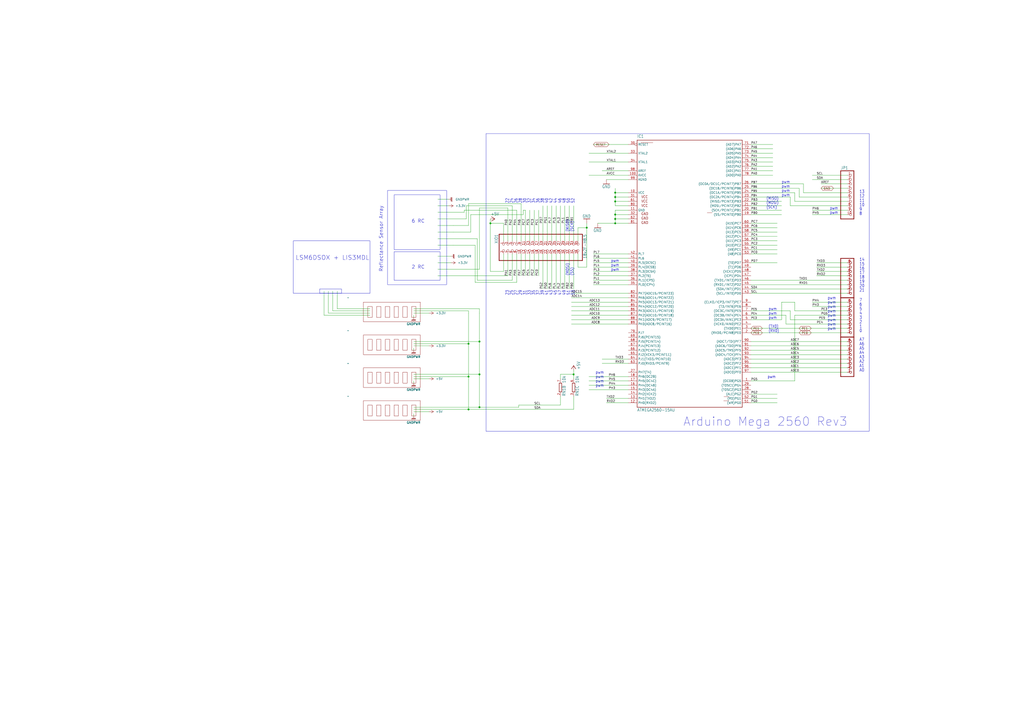
<source format=kicad_sch>
(kicad_sch (version 20230121) (generator eeschema)
  (paper "A2")
  (junction (at 356.87 114.3))
  (junction (at 284.48 129.54))
  (junction (at 356.87 127))
  (junction (at 356.87 129.54))
  (junction (at 340.36 132.08))
  (junction (at 271.78 218.44))
  (junction (at 356.87 124.46))
  (junction (at 278.13 217.17))
  (junction (at 356.87 111.76))
  (junction (at 271.78 199.39))
  (junction (at 271.78 237.49))
  (junction (at 356.87 116.84))
  (junction (at 278.13 198.12))
  (junction (at 332.74 217.17))
  (junction (at 278.13 236.22))
  (wire (pts (xy 331.47 187.96) (xy 364.49 187.96)) (stroke (width 0.1524)))
  (wire (pts (xy 240.03 203.2) (xy 240.03 201.93)))
  (wire (pts (xy 491.49 124.46) (xy 471.17 124.46)) (stroke (width 0.1524)))
  (wire (pts (xy 284.48 129.54) (xy 292.1 129.54)) (stroke (width 0.1524)))
  (wire (pts (xy 335.28 132.08) (xy 335.28 139.7)) (stroke (width 0.1524)))
  (wire (pts (xy 254 142.24) (xy 262.89 142.24)))
  (wire (pts (xy 240.03 199.39) (xy 271.78 199.39)))
  (wire (pts (xy 351.79 231.14) (xy 364.49 231.14)) (stroke (width 0.1524)))
  (wire (pts (xy 278.13 179.07) (xy 278.13 181.61)))
  (wire (pts (xy 364.49 160.02) (xy 344.17 160.02)) (stroke (width 0.1524)))
  (wire (pts (xy 275.59 142.24) (xy 262.89 142.24)) (stroke (width 0.1524)))
  (wire (pts (xy 491.49 162.56) (xy 435.61 162.56)) (stroke (width 0.1524)))
  (wire (pts (xy 491.49 190.5) (xy 435.61 190.5)) (stroke (width 0.1524)))
  (wire (pts (xy 331.47 170.18) (xy 364.49 170.18)) (stroke (width 0.1524)))
  (wire (pts (xy 314.96 147.32) (xy 314.96 167.64)) (stroke (width 0.1524)))
  (wire (pts (xy 448.31 88.9) (xy 435.61 88.9)) (stroke (width 0.1524)))
  (wire (pts (xy 450.85 137.16) (xy 435.61 137.16)) (stroke (width 0.1524)))
  (wire (pts (xy 491.49 170.18) (xy 435.61 170.18)) (stroke (width 0.1524)))
  (wire (pts (xy 254 152.4) (xy 261.62 152.4)))
  (wire (pts (xy 297.18 147.32) (xy 297.18 162.56)) (stroke (width 0.1524)))
  (wire (pts (xy 455.93 187.96) (xy 491.49 187.96)) (stroke (width 0.1524)))
  (wire (pts (xy 294.64 139.7) (xy 294.64 120.65)) (stroke (width 0.1524)))
  (wire (pts (xy 491.49 116.84) (xy 461.01 116.84)) (stroke (width 0.1524)))
  (wire (pts (xy 273.05 134.62) (xy 262.89 134.62)) (stroke (width 0.1524)))
  (wire (pts (xy 297.18 139.7) (xy 297.18 119.38)) (stroke (width 0.1524)))
  (wire (pts (xy 450.85 233.68) (xy 435.61 233.68)) (stroke (width 0.1524)))
  (wire (pts (xy 448.31 93.98) (xy 435.61 93.98)) (stroke (width 0.1524)))
  (wire (pts (xy 302.26 160.02) (xy 302.26 147.32)) (stroke (width 0.1524)))
  (wire (pts (xy 254 127) (xy 270.51 127)))
  (wire (pts (xy 341.63 220.98) (xy 364.49 220.98)) (stroke (width 0.1524)))
  (wire (pts (xy 312.42 160.02) (xy 312.42 147.32)) (stroke (width 0.1524)))
  (wire (pts (xy 300.99 234.95) (xy 325.12 234.95)) (stroke (width 0.1524)))
  (wire (pts (xy 214.63 179.07) (xy 195.58 179.07)))
  (wire (pts (xy 461.01 175.26) (xy 453.39 175.26)) (stroke (width 0.1524)))
  (wire (pts (xy 240.03 218.44) (xy 271.78 218.44)))
  (wire (pts (xy 491.49 210.82) (xy 435.61 210.82)) (stroke (width 0.1524)))
  (wire (pts (xy 284.48 129.54) (xy 284.48 157.48)) (stroke (width 0.1524)))
  (wire (pts (xy 473.71 154.94) (xy 491.49 154.94)) (stroke (width 0.1524)))
  (wire (pts (xy 254 156.21) (xy 278.13 156.21)) (stroke (width 0.1524)))
  (wire (pts (xy 327.66 139.7) (xy 327.66 119.38)) (stroke (width 0.1524)))
  (wire (pts (xy 254 130.81) (xy 262.89 130.81)))
  (wire (pts (xy 356.87 119.38) (xy 356.87 116.84)) (stroke (width 0.1524)))
  (wire (pts (xy 450.85 228.6) (xy 435.61 228.6)) (stroke (width 0.1524)))
  (wire (pts (xy 455.93 182.88) (xy 435.61 182.88)) (stroke (width 0.1524)))
  (wire (pts (xy 453.39 185.42) (xy 435.61 185.42)) (stroke (width 0.1524)))
  (wire (pts (xy 278.13 217.17) (xy 278.13 236.22)))
  (wire (pts (xy 341.63 88.9) (xy 364.49 88.9)) (stroke (width 0.1524)))
  (wire (pts (xy 214.63 180.34) (xy 193.04 180.34)))
  (wire (pts (xy 364.49 172.72) (xy 331.47 172.72)) (stroke (width 0.1524)))
  (wire (pts (xy 330.2 147.32) (xy 330.2 167.64)) (stroke (width 0.1524)))
  (wire (pts (xy 450.85 231.14) (xy 435.61 231.14)) (stroke (width 0.1524)))
  (wire (pts (xy 450.85 152.4) (xy 435.61 152.4)) (stroke (width 0.1524)))
  (wire (pts (xy 240.03 217.17) (xy 278.13 217.17)))
  (wire (pts (xy 190.5 168.91) (xy 190.5 181.61)))
  (wire (pts (xy 294.64 120.65) (xy 278.13 120.65)) (stroke (width 0.1524)))
  (wire (pts (xy 364.49 185.42) (xy 331.47 185.42)) (stroke (width 0.1524)))
  (wire (pts (xy 271.78 180.34) (xy 271.78 181.61)))
  (wire (pts (xy 248.92 238.76) (xy 240.03 238.76)))
  (wire (pts (xy 314.96 139.7) (xy 314.96 119.38)) (stroke (width 0.1524)))
  (wire (pts (xy 435.61 101.6) (xy 448.31 101.6)) (stroke (width 0.1524)))
  (wire (pts (xy 270.51 119.38) (xy 297.18 119.38)) (stroke (width 0.1524)))
  (wire (pts (xy 302.26 118.11) (xy 271.78 118.11)) (stroke (width 0.1524)))
  (wire (pts (xy 341.63 218.44) (xy 364.49 218.44)) (stroke (width 0.1524)))
  (wire (pts (xy 292.1 147.32) (xy 292.1 157.48)) (stroke (width 0.1524)))
  (wire (pts (xy 435.61 109.22) (xy 463.55 109.22)) (stroke (width 0.1524)))
  (wire (pts (xy 335.28 147.32) (xy 335.28 154.94)) (stroke (width 0.1524)))
  (wire (pts (xy 341.63 101.6) (xy 364.49 101.6)) (stroke (width 0.1524)))
  (wire (pts (xy 322.58 147.32) (xy 322.58 167.64)) (stroke (width 0.1524)))
  (wire (pts (xy 325.12 234.95) (xy 325.12 229.87)) (stroke (width 0.1524)))
  (wire (pts (xy 254 134.62) (xy 262.89 134.62)))
  (wire (pts (xy 240.03 236.22) (xy 278.13 236.22)))
  (wire (pts (xy 332.74 217.17) (xy 332.74 214.63)) (stroke (width 0.1524)))
  (wire (pts (xy 435.61 111.76) (xy 461.01 111.76)) (stroke (width 0.1524)))
  (wire (pts (xy 341.63 226.06) (xy 364.49 226.06)) (stroke (width 0.1524)))
  (wire (pts (xy 458.47 114.3) (xy 458.47 119.38)) (stroke (width 0.1524)))
  (wire (pts (xy 435.61 200.66) (xy 491.49 200.66)) (stroke (width 0.1524)))
  (wire (pts (xy 340.36 132.08) (xy 335.28 132.08)) (stroke (width 0.1524)))
  (wire (pts (xy 248.92 200.66) (xy 240.03 200.66)))
  (wire (pts (xy 364.49 119.38) (xy 356.87 119.38)) (stroke (width 0.1524)))
  (wire (pts (xy 491.49 198.12) (xy 435.61 198.12)) (stroke (width 0.1524)))
  (wire (pts (xy 448.31 99.06) (xy 435.61 99.06)) (stroke (width 0.1524)))
  (wire (pts (xy 364.49 104.14) (xy 351.79 104.14)) (stroke (width 0.1524)))
  (wire (pts (xy 248.92 181.61) (xy 240.03 181.61)))
  (wire (pts (xy 453.39 175.26) (xy 453.39 185.42)) (stroke (width 0.1524)))
  (wire (pts (xy 356.87 111.76) (xy 364.49 111.76)) (stroke (width 0.1524)))
  (wire (pts (xy 356.87 111.76) (xy 356.87 109.22)) (stroke (width 0.1524)))
  (wire (pts (xy 269.24 121.92) (xy 299.72 121.92)) (stroke (width 0.1524)))
  (wire (pts (xy 344.17 152.4) (xy 364.49 152.4)) (stroke (width 0.1524)))
  (wire (pts (xy 271.78 237.49) (xy 332.74 237.49)) (stroke (width 0.1524)))
  (wire (pts (xy 356.87 124.46) (xy 356.87 127)) (stroke (width 0.1524)))
  (wire (pts (xy 271.78 118.11) (xy 271.78 130.81)) (stroke (width 0.1524)))
  (wire (pts (xy 435.61 114.3) (xy 458.47 114.3)) (stroke (width 0.1524)))
  (wire (pts (xy 309.88 139.7) (xy 309.88 121.92)) (stroke (width 0.1524)))
  (wire (pts (xy 254 115.57) (xy 260.35 115.57)))
  (wire (pts (xy 303.53 124.46) (xy 273.05 124.46)) (stroke (width 0.1524)))
  (wire (pts (xy 214.63 182.88) (xy 187.96 182.88)))
  (wire (pts (xy 344.17 162.56) (xy 364.49 162.56)) (stroke (width 0.1524)))
  (wire (pts (xy 364.49 147.32) (xy 344.17 147.32)) (stroke (width 0.1524)))
  (wire (pts (xy 284.48 127) (xy 284.48 129.54)) (stroke (width 0.1524)))
  (wire (pts (xy 195.58 168.91) (xy 195.58 179.07)))
  (wire (pts (xy 461.01 180.34) (xy 461.01 175.26)) (stroke (width 0.1524)))
  (wire (pts (xy 271.78 218.44) (xy 271.78 237.49)) (stroke (width 0.1524)))
  (wire (pts (xy 450.85 144.78) (xy 435.61 144.78)) (stroke (width 0.1524)))
  (wire (pts (xy 356.87 127) (xy 356.87 129.54)) (stroke (width 0.1524)))
  (wire (pts (xy 364.49 175.26) (xy 331.47 175.26)) (stroke (width 0.1524)))
  (wire (pts (xy 450.85 134.62) (xy 435.61 134.62)) (stroke (width 0.1524)))
  (wire (pts (xy 491.49 182.88) (xy 461.01 182.88)) (stroke (width 0.1524)))
  (wire (pts (xy 448.31 96.52) (xy 435.61 96.52)) (stroke (width 0.1524)))
  (wire (pts (xy 435.61 203.2) (xy 491.49 203.2)) (stroke (width 0.1524)))
  (wire (pts (xy 458.47 185.42) (xy 458.47 180.34)) (stroke (width 0.1524)))
  (wire (pts (xy 332.74 147.32) (xy 332.74 167.64)) (stroke (width 0.1524)))
  (wire (pts (xy 254 123.19) (xy 269.24 123.19)) (stroke (width 0.1524)))
  (wire (pts (xy 491.49 165.1) (xy 435.61 165.1)) (stroke (width 0.1524)))
  (wire (pts (xy 491.49 205.74) (xy 435.61 205.74)) (stroke (width 0.1524)))
  (wire (pts (xy 331.47 182.88) (xy 364.49 182.88)) (stroke (width 0.1524)))
  (wire (pts (xy 364.49 116.84) (xy 356.87 116.84)) (stroke (width 0.1524)))
  (wire (pts (xy 364.49 149.86) (xy 344.17 149.86)) (stroke (width 0.1524)))
  (wire (pts (xy 463.55 114.3) (xy 463.55 109.22)) (stroke (width 0.1524)))
  (wire (pts (xy 317.5 139.7) (xy 317.5 119.38)) (stroke (width 0.1524)))
  (wire (pts (xy 458.47 119.38) (xy 491.49 119.38)) (stroke (width 0.1524)))
  (wire (pts (xy 240.03 184.15) (xy 240.03 182.88)))
  (wire (pts (xy 331.47 177.8) (xy 364.49 177.8)) (stroke (width 0.1524)))
  (wire (pts (xy 271.78 130.81) (xy 262.89 130.81)) (stroke (width 0.1524)))
  (wire (pts (xy 364.49 180.34) (xy 331.47 180.34)) (stroke (width 0.1524)))
  (wire (pts (xy 322.58 139.7) (xy 322.58 119.38)) (stroke (width 0.1524)))
  (wire (pts (xy 254 119.38) (xy 260.35 119.38)))
  (wire (pts (xy 278.13 120.65) (xy 278.13 156.21)) (stroke (width 0.1524)))
  (wire (pts (xy 448.31 91.44) (xy 435.61 91.44)) (stroke (width 0.1524)))
  (wire (pts (xy 491.49 180.34) (xy 461.01 180.34)) (stroke (width 0.1524)))
  (wire (pts (xy 435.61 208.28) (xy 491.49 208.28)) (stroke (width 0.1524)))
  (wire (pts (xy 491.49 152.4) (xy 473.71 152.4)) (stroke (width 0.1524)))
  (wire (pts (xy 466.09 111.76) (xy 491.49 111.76)) (stroke (width 0.1524)))
  (wire (pts (xy 187.96 168.91) (xy 187.96 182.88)))
  (wire (pts (xy 453.39 124.46) (xy 435.61 124.46)) (stroke (width 0.1524)))
  (wire (pts (xy 356.87 116.84) (xy 356.87 114.3)) (stroke (width 0.1524)))
  (wire (pts (xy 466.09 106.68) (xy 466.09 111.76)) (stroke (width 0.1524)))
  (wire (pts (xy 292.1 129.54) (xy 292.1 139.7)) (stroke (width 0.1524)))
  (wire (pts (xy 341.63 223.52) (xy 364.49 223.52)) (stroke (width 0.1524)))
  (wire (pts (xy 240.03 179.07) (xy 278.13 179.07)))
  (wire (pts (xy 351.79 233.68) (xy 364.49 233.68)) (stroke (width 0.1524)))
  (wire (pts (xy 364.49 93.98) (xy 341.63 93.98)) (stroke (width 0.1524)))
  (wire (pts (xy 332.74 119.38) (xy 332.74 139.7)) (stroke (width 0.1524)))
  (wire (pts (xy 335.28 154.94) (xy 340.36 154.94)) (stroke (width 0.1524)))
  (wire (pts (xy 364.49 129.54) (xy 356.87 129.54)) (stroke (width 0.1524)))
  (wire (pts (xy 294.64 147.32) (xy 294.64 160.02)) (stroke (width 0.1524)))
  (wire (pts (xy 299.72 163.83) (xy 275.59 163.83)) (stroke (width 0.1524)))
  (wire (pts (xy 302.26 118.11) (xy 302.26 139.7)) (stroke (width 0.1524)))
  (wire (pts (xy 364.49 114.3) (xy 356.87 114.3)) (stroke (width 0.1524)))
  (wire (pts (xy 303.53 121.92) (xy 303.53 124.46)) (stroke (width 0.1524)))
  (wire (pts (xy 240.03 180.34) (xy 271.78 180.34)))
  (wire (pts (xy 320.04 119.38) (xy 320.04 139.7)) (stroke (width 0.1524)))
  (wire (pts (xy 491.49 177.8) (xy 471.17 177.8)) (stroke (width 0.1524)))
  (wire (pts (xy 332.74 219.71) (xy 332.74 217.17)) (stroke (width 0.1524)))
  (wire (pts (xy 356.87 129.54) (xy 346.71 129.54)) (stroke (width 0.1524)))
  (wire (pts (xy 307.34 147.32) (xy 307.34 160.02)) (stroke (width 0.1524)))
  (wire (pts (xy 453.39 121.92) (xy 435.61 121.92)) (stroke (width 0.1524)))
  (wire (pts (xy 461.01 220.98) (xy 435.61 220.98)) (stroke (width 0.1524)))
  (wire (pts (xy 312.42 121.92) (xy 312.42 139.7)) (stroke (width 0.1524)))
  (wire (pts (xy 491.49 114.3) (xy 463.55 114.3)) (stroke (width 0.1524)))
  (wire (pts (xy 278.13 198.12) (xy 278.13 217.17)) (stroke (width 0.1524)))
  (wire (pts (xy 491.49 193.04) (xy 435.61 193.04)) (stroke (width 0.1524)))
  (wire (pts (xy 461.01 220.98) (xy 461.01 182.88)) (stroke (width 0.1524)))
  (wire (pts (xy 471.17 121.92) (xy 491.49 121.92)) (stroke (width 0.1524)))
  (wire (pts (xy 304.8 139.7) (xy 304.8 121.92)) (stroke (width 0.1524)))
  (wire (pts (xy 458.47 180.34) (xy 435.61 180.34)) (stroke (width 0.1524)))
  (wire (pts (xy 193.04 168.91) (xy 193.04 180.34)))
  (wire (pts (xy 491.49 215.9) (xy 435.61 215.9)) (stroke (width 0.1524)))
  (wire (pts (xy 240.03 222.25) (xy 240.03 220.98)))
  (wire (pts (xy 327.66 147.32) (xy 327.66 167.64)) (stroke (width 0.1524)))
  (wire (pts (xy 325.12 167.64) (xy 325.12 147.32)) (stroke (width 0.1524)))
  (wire (pts (xy 491.49 167.64) (xy 435.61 167.64)) (stroke (width 0.1524)))
  (wire (pts (xy 364.49 165.1) (xy 344.17 165.1)) (stroke (width 0.1524)))
  (wire (pts (xy 309.88 147.32) (xy 309.88 160.02)) (stroke (width 0.1524)))
  (wire (pts (xy 273.05 124.46) (xy 273.05 134.62)) (stroke (width 0.1524)))
  (wire (pts (xy 317.5 147.32) (xy 317.5 167.64)) (stroke (width 0.1524)))
  (wire (pts (xy 450.85 147.32) (xy 435.61 147.32)) (stroke (width 0.1524)))
  (wire (pts (xy 325.12 219.71) (xy 325.12 217.17)) (stroke (width 0.1524)))
  (wire (pts (xy 254 138.43) (xy 276.86 138.43)))
  (wire (pts (xy 299.72 121.92) (xy 299.72 139.7)) (stroke (width 0.1524)))
  (wire (pts (xy 304.8 121.92) (xy 303.53 121.92)) (stroke (width 0.1524)))
  (wire (pts (xy 300.99 236.22) (xy 300.99 234.95)))
  (wire (pts (xy 320.04 147.32) (xy 320.04 167.64)) (stroke (width 0.1524)))
  (wire (pts (xy 473.71 160.02) (xy 491.49 160.02)) (stroke (width 0.1524)))
  (wire (pts (xy 491.49 106.68) (xy 476.25 106.68)) (stroke (width 0.1524)))
  (wire (pts (xy 450.85 139.7) (xy 435.61 139.7)) (stroke (width 0.1524)))
  (wire (pts (xy 278.13 181.61) (xy 278.13 198.12)) (stroke (width 0.1524)))
  (wire (pts (xy 364.49 127) (xy 356.87 127)) (stroke (width 0.1524)))
  (wire (pts (xy 453.39 116.84) (xy 435.61 116.84)) (stroke (width 0.1524)))
  (wire (pts (xy 491.49 109.22) (xy 476.25 109.22)) (stroke (width 0.1524)))
  (wire (pts (xy 473.71 157.48) (xy 491.49 157.48)) (stroke (width 0.1524)))
  (wire (pts (xy 450.85 132.08) (xy 435.61 132.08)) (stroke (width 0.1524)))
  (wire (pts (xy 325.12 217.17) (xy 332.74 217.17)) (stroke (width 0.1524)))
  (wire (pts (xy 455.93 182.88) (xy 455.93 187.96)) (stroke (width 0.1524)))
  (wire (pts (xy 271.78 181.61) (xy 271.78 199.39)) (stroke (width 0.1524)))
  (wire (pts (xy 491.49 185.42) (xy 458.47 185.42)) (stroke (width 0.1524)))
  (wire (pts (xy 269.24 121.92) (xy 269.24 123.19)) (stroke (width 0.1524)))
  (wire (pts (xy 240.03 198.12) (xy 278.13 198.12)))
  (wire (pts (xy 240.03 237.49) (xy 271.78 237.49)))
  (wire (pts (xy 453.39 119.38) (xy 435.61 119.38)) (stroke (width 0.1524)))
  (wire (pts (xy 304.8 147.32) (xy 304.8 160.02)) (stroke (width 0.1524)))
  (wire (pts (xy 340.36 154.94) (xy 340.36 132.08)) (stroke (width 0.1524)))
  (wire (pts (xy 344.17 157.48) (xy 364.49 157.48)) (stroke (width 0.1524)))
  (wire (pts (xy 471.17 104.14) (xy 491.49 104.14)) (stroke (width 0.1524)))
  (wire (pts (xy 491.49 175.26) (xy 471.17 175.26)) (stroke (width 0.1524)))
  (wire (pts (xy 349.25 208.28) (xy 364.49 208.28)) (stroke (width 0.1524)))
  (wire (pts (xy 275.59 163.83) (xy 275.59 142.24)) (stroke (width 0.1524)))
  (wire (pts (xy 254 160.02) (xy 294.64 160.02)))
  (wire (pts (xy 214.63 181.61) (xy 190.5 181.61)))
  (wire (pts (xy 332.74 229.87) (xy 332.74 237.49)) (stroke (width 0.1524)))
  (wire (pts (xy 461.01 116.84) (xy 461.01 111.76)) (stroke (width 0.1524)))
  (wire (pts (xy 450.85 142.24) (xy 435.61 142.24)) (stroke (width 0.1524)))
  (wire (pts (xy 340.36 132.08) (xy 340.36 129.54)) (stroke (width 0.1524)))
  (wire (pts (xy 356.87 121.92) (xy 356.87 124.46)) (stroke (width 0.1524)))
  (wire (pts (xy 270.51 119.38) (xy 270.51 127)) (stroke (width 0.1524)))
  (wire (pts (xy 240.03 241.3) (xy 240.03 240.03)))
  (wire (pts (xy 364.49 99.06) (xy 349.25 99.06)) (stroke (width 0.1524)))
  (wire (pts (xy 330.2 119.38) (xy 330.2 139.7)) (stroke (width 0.1524)))
  (wire (pts (xy 276.86 138.43) (xy 276.86 162.56)))
  (wire (pts (xy 344.17 83.82) (xy 364.49 83.82)) (stroke (width 0.1524)))
  (wire (pts (xy 276.86 162.56) (xy 297.18 162.56)))
  (wire (pts (xy 491.49 101.6) (xy 471.17 101.6)) (stroke (width 0.1524)))
  (wire (pts (xy 435.61 213.36) (xy 491.49 213.36)) (stroke (width 0.1524)))
  (wire (pts (xy 349.25 210.82) (xy 364.49 210.82)) (stroke (width 0.1524)))
  (wire (pts (xy 450.85 129.54) (xy 435.61 129.54)) (stroke (width 0.1524)))
  (wire (pts (xy 448.31 86.36) (xy 435.61 86.36)) (stroke (width 0.1524)))
  (wire (pts (xy 300.99 236.22) (xy 278.13 236.22)))
  (wire (pts (xy 271.78 199.39) (xy 271.78 218.44)) (stroke (width 0.1524)))
  (wire (pts (xy 364.49 124.46) (xy 356.87 124.46)) (stroke (width 0.1524)))
  (wire (pts (xy 299.72 147.32) (xy 299.72 163.83)) (stroke (width 0.1524)))
  (wire (pts (xy 307.34 139.7) (xy 307.34 121.92)) (stroke (width 0.1524)))
  (wire (pts (xy 364.49 154.94) (xy 344.17 154.94)) (stroke (width 0.1524)))
  (wire (pts (xy 435.61 106.68) (xy 466.09 106.68)) (stroke (width 0.1524)))
  (wire (pts (xy 248.92 219.71) (xy 240.03 219.71)))
  (wire (pts (xy 448.31 83.82) (xy 435.61 83.82)) (stroke (width 0.1524)))
  (wire (pts (xy 364.49 121.92) (xy 356.87 121.92)) (stroke (width 0.1524)))
  (wire (pts (xy 254 148.59) (xy 261.62 148.59)))
  (wire (pts (xy 292.1 157.48) (xy 284.48 157.48)) (stroke (width 0.1524)))
  (wire (pts (xy 325.12 139.7) (xy 325.12 119.38)) (stroke (width 0.1524)))
  (wire (pts (xy 356.87 114.3) (xy 356.87 111.76)) (stroke (width 0.1524)))
  (rectangle (start 281.94 77.47) (end 504.19 250.19))
  (rectangle (start 228.6 146.05) (end 255.27 162.56))
  (rectangle (start 224.79 110.49) (end 259.08 165.1))
  (rectangle (start 185.42 167.64) (end 198.12 170.18))
  (rectangle (start 228.6 113.03) (end 255.27 144.78))
  (rectangle (start 170.18 139.7) (end 214.63 170.18))
  (text "pwm" (at 480.06 179.07 0) (effects (font (size 1.6764 1.4249)) (justify left bottom)))
  (text "1" (at 498.475 190.5 0) (effects (font (size 1.778 1.5113)) (justify left bottom)))
  (text "8" (at 498.475 125.095 0) (effects (font (size 1.778 1.5113)) (justify left bottom)))
  (text "30" (at 305.435 118.11 90) (effects (font (size 1.778 1.5113)) (justify left bottom)))
  (text "24" (at 297.815 118.11 90) (effects (font (size 1.778 1.5113)) (justify left bottom)))
  (text "42" (at 320.675 118.11 90) (effects (font (size 1.778 1.5113)) (justify left bottom)))
  (text "A2" (at 498.475 210.82 0) (effects (font (size 1.778 1.5113)) (justify left bottom)))
  (text "pwm" (at 453.39 111.76 0) (effects (font (size 1.6764 1.4249)) (justify left bottom)))
  (text "pwm" (at 345.44 219.71 0) (effects (font (size 1.6764 1.4249)) (justify left bottom)))
  (text "14" (at 498.475 151.765 0) (effects (font (size 1.778 1.5113)) (justify left bottom)))
  (text "pwm" (at 480.06 186.69 0) (effects (font (size 1.6764 1.4249)) (justify left bottom)))
  (text "44" (at 323.215 118.11 90) (effects (font (size 1.778 1.5113)) (justify left bottom)))
  (text "31" (at 305.435 171.45 90) (effects (font (size 1.778 1.5113)) (justify left bottom)))
  (text "pwm" (at 345.44 224.79 0) (effects (font (size 1.6764 1.4249)) (justify left bottom)))
  (text "40" (at 318.135 118.11 90) (effects (font (size 1.778 1.5113)) (justify left bottom)))
  (text "pwm" (at 345.44 217.17 0) (effects (font (size 1.6764 1.4249)) (justify left bottom)))
  (text "2 RC" (at 238.76 156.21 0) (effects (font (size 2 2)) (justify left bottom)))
  (text "41" (at 318.135 171.45 90) (effects (font (size 1.778 1.5113)) (justify left bottom)))
  (text "3" (at 498.475 185.42 0) (effects (font (size 1.778 1.5113)) (justify left bottom)))
  (text "pwm" (at 354.33 152.4 0) (effects (font (size 1.6764 1.4249)) (justify left bottom)))
  (text "0" (at 498.475 193.04 0) (effects (font (size 1.778 1.5113)) (justify left bottom)))
  (text "pwm" (at 453.39 114.3 0) (effects (font (size 1.6764 1.4249)) (justify left bottom)))
  (text "34" (at 310.515 118.11 90) (effects (font (size 1.778 1.5113)) (justify left bottom)))
  (text "(MISO)" (at 444.5 116.205 0) (effects (font (size 1.6764 1.4249)) (justify left bottom)))
  (text "10" (at 498.475 120.015 0) (effects (font (size 1.778 1.5113)) (justify left bottom)))
  (text "16" (at 498.475 156.845 0) (effects (font (size 1.778 1.5113)) (justify left bottom)))
  (text "6 RC" (at 238.76 129.54 0) (effects (font (size 2 2)) (justify left bottom)))
  (text "20" (at 498.475 167.005 0) (effects (font (size 1.778 1.5113)) (justify left bottom)))
  (text "A7" (at 498.475 198.12 0) (effects (font (size 1.778 1.5113)) (justify left bottom)))
  (text "(MOSI)" (at 330.2 160.02 90) (effects (font (size 1.6764 1.4249)) (justify left bottom)))
  (text "A1" (at 498.475 213.36 0) (effects (font (size 1.778 1.5113)) (justify left bottom)))
  (text "38" (at 315.595 118.11 90) (effects (font (size 1.778 1.5113)) (justify left bottom)))
  (text "43" (at 320.675 171.45 90) (effects (font (size 1.778 1.5113)) (justify left bottom)))
  (text "23" (at 295.275 171.45 90) (effects (font (size 1.778 1.5113)) (justify left bottom)))
  (text "Reflectance Sensor Array" (at 222.25 119.38 90) (effects (font (size 2 2)) (justify right bottom)))
  (text "LSM6DSOX + LIS3MDL" (at 171.45 151.13 0) (effects (font (size 2.55 2.55)) (justify left bottom)))
  (text "pwm" (at 445.77 185.42 0) (effects (font (size 1.6764 1.4249)) (justify left bottom)))
  (text "A4" (at 498.475 205.74 0) (effects (font (size 1.778 1.5113)) (justify left bottom)))
  (text "(MISO)" (at 330.2 134.62 90) (effects (font (size 1.6764 1.4249)) (justify left bottom)))
  (text "pwm" (at 480.06 189.23 0) (effects (font (size 1.6764 1.4249)) (justify left bottom)))
  (text "pwm" (at 480.06 176.53 0) (effects (font (size 1.6764 1.4249)) (justify left bottom)))
  (text "21" (at 498.475 169.545 0) (effects (font (size 1.778 1.5113)) (justify left bottom)))
  (text "11" (at 498.475 117.475 0) (effects (font (size 1.778 1.5113)) (justify left bottom)))
  (text "2" (at 498.475 187.96 0) (effects (font (size 1.778 1.5113)) (justify left bottom)))
  (text "32" (at 307.975 118.11 90) (effects (font (size 1.778 1.5113)) (justify left bottom)))
  (text "12" (at 498.475 114.935 0) (effects (font (size 1.778 1.5113)) (justify left bottom)))
  (text "5" (at 498.475 180.34 0) (effects (font (size 1.778 1.5113)) (justify left bottom)))
  (text "13" (at 498.475 112.395 0) (effects (font (size 1.778 1.5113)) (justify left bottom)))
  (text "49" (at 328.295 171.45 90) (effects (font (size 1.778 1.5113)) (justify left bottom)))
  (text "45" (at 323.215 171.45 90) (effects (font (size 1.778 1.5113)) (justify left bottom)))
  (text "Arduino Mega 2560 Rev3" (at 396.24 247.65 0) (effects (font (size 5 5)) (justify left bottom)))
  (text "pwm" (at 480.06 184.15 0) (effects (font (size 1.6764 1.4249)) (justify left bottom)))
  (text "18" (at 498.475 161.925 0) (effects (font (size 1.778 1.5113)) (justify left bottom)))
  (text "pwm" (at 445.135 219.71 0) (effects (font (size 1.6764 1.4249)) (justify left bottom)))
  (text "(TX0)" (at 445.77 190.5 0) (effects (font (size 1.6764 1.4249)) (justify left bottom)))
  (text "28" (at 302.895 118.11 90) (effects (font (size 1.778 1.5113)) (justify left bottom)))
  (text "pwm" (at 345.44 222.25 0) (effects (font (size 1.6764 1.4249)) (justify left bottom)))
  (text "(SCK)" (at 332.74 134.62 90) (effects (font (size 1.6764 1.4249)) (justify left bottom)))
  (text "50" (at 330.835 118.11 90) (effects (font (size 1.778 1.5113)) (justify left bottom)))
  (text "pwm" (at 480.06 181.61 0) (effects (font (size 1.6764 1.4249)) (justify left bottom)))
  (text "36" (at 313.055 118.11 90) (effects (font (size 1.778 1.5113)) (justify left bottom)))
  (text "35" (at 310.515 171.45 90) (effects (font (size 1.778 1.5113)) (justify left bottom)))
  (text "(SCK)" (at 444.5 121.285 0) (effects (font (size 1.6764 1.4249)) (justify left bottom)))
  (text "25" (at 297.815 171.45 90) (effects (font (size 1.778 1.5113)) (justify left bottom)))
  (text "A0" (at 498.475 215.9 0) (effects (font (size 1.778 1.5113)) (justify left bottom)))
  (text "15" (at 498.475 154.305 0) (effects (font (size 1.778 1.5113)) (justify left bottom)))
  (text "4" (at 498.475 182.88 0) (effects (font (size 1.778 1.5113)) (justify left bottom)))
  (text "A6" (at 498.475 200.66 0) (effects (font (size 1.778 1.5113)) (justify left bottom)))
  (text "37" (at 313.055 171.45 90) (effects (font (size 1.778 1.5113)) (justify left bottom)))
  (text "9" (at 498.475 122.555 0) (effects (font (size 1.778 1.5113)) (justify left bottom)))
  (text "pwm" (at 481.33 124.46 0) (effects (font (size 1.6764 1.4249)) (justify left bottom)))
  (text "pwm" (at 480.06 173.99 0) (effects (font (size 1.6764 1.4249)) (justify left bottom)))
  (text "19" (at 498.475 164.465 0) (effects (font (size 1.778 1.5113)) (justify left bottom)))
  (text "33" (at 307.975 171.45 90) (effects (font (size 1.778 1.5113)) (justify left bottom)))
  (text "pwm" (at 453.39 109.22 0) (effects (font (size 1.6764 1.4249)) (justify left bottom)))
  (text "53" (at 333.375 171.45 90) (effects (font (size 1.778 1.5113)) (justify left bottom)))
  (text "pwm" (at 453.39 106.68 0) (effects (font (size 1.6764 1.4249)) (justify left bottom)))
  (text "48" (at 328.295 118.11 90) (effects (font (size 1.778 1.5113)) (justify left bottom)))
  (text "6" (at 498.475 177.8 0) (effects (font (size 1.778 1.5113)) (justify left bottom)))
  (text "46" (at 325.755 118.11 90) (effects (font (size 1.778 1.5113)) (justify left bottom)))
  (text "52" (at 333.375 118.11 90) (effects (font (size 1.778 1.5113)) (justify left bottom)))
  (text "26" (at 300.355 118.11 90) (effects (font (size 1.778 1.5113)) (justify left bottom)))
  (text "pwm" (at 480.06 191.77 0) (effects (font (size 1.6764 1.4249)) (justify left bottom)))
  (text "(MOSI)" (at 444.5 118.745 0) (effects (font (size 1.6764 1.4249)) (justify left bottom)))
  (text "pwm" (at 354.33 154.94 0) (effects (font (size 1.6764 1.4249)) (justify left bottom)))
  (text "47" (at 325.755 171.45 90) (effects (font (size 1.778 1.5113)) (justify left bottom)))
  (text "39" (at 315.595 171.45 90) (effects (font (size 1.778 1.5113)) (justify left bottom)))
  (text "pwm" (at 354.33 157.48 0) (effects (font (size 1.6764 1.4249)) (justify left bottom)))
  (text "pwm" (at 445.77 180.34 0) (effects (font (size 1.6764 1.4249)) (justify left bottom)))
  (text "A5" (at 498.475 203.2 0) (effects (font (size 1.778 1.5113)) (justify left bottom)))
  (text "17" (at 498.475 159.385 0) (effects (font (size 1.778 1.5113)) (justify left bottom)))
  (text "7" (at 498.475 175.26 0) (effects (font (size 1.778 1.5113)) (justify left bottom)))
  (text "pwm" (at 481.33 121.92 0) (effects (font (size 1.6764 1.4249)) (justify left bottom)))
  (text "pwm" (at 445.77 182.88 0) (effects (font (size 1.6764 1.4249)) (justify left bottom)))
  (text "(RX0)" (at 445.77 193.04 0) (effects (font (size 1.6764 1.4249)) (justify left bottom)))
  (text "29" (at 302.895 171.45 90) (effects (font (size 1.778 1.5113)) (justify left bottom)))
  (text "27" (at 300.355 171.45 90) (effects (font (size 1.778 1.5113)) (justify left bottom)))
  (text "22" (at 295.275 118.11 90) (effects (font (size 1.778 1.5113)) (justify left bottom)))
  (text "51" (at 330.835 171.45 90) (effects (font (size 1.778 1.5113)) (justify left bottom)))
  (text "(SS)" (at 332.74 160.02 90) (effects (font (size 1.6764 1.4249)) (justify left bottom)))
  (text "A3" (at 498.475 208.28 0) (effects (font (size 1.778 1.5113)) (justify left bottom)))
  (label "PA4" (at 299.72 130.81 90) (effects (font (size 1.2446 1.2446))))
  (label "PH3" (at 353.06 226.06 0) (effects (font (size 1.2446 1.2446))))
  (label "PC6" (at 435.61 132.08 0) (effects (font (size 1.2446 1.2446))))
  (label "ADC11" (at 347.98 180.34 180) (effects (font (size 1.2446 1.2446))))
  (label "PC7" (at 304.8 130.81 90) (effects (font (size 1.2446 1.2446))))
  (label "PC1" (at 312.42 130.81 90) (effects (font (size 1.2446 1.2446))))
  (label "PG2" (at 435.61 228.6 0) (effects (font (size 1.2446 1.2446))))
  (label "PC4" (at 307.34 160.02 90) (effects (font (size 1.2446 1.2446))))
  (label "SDA" (at 473.71 104.14 0) (effects (font (size 1.2446 1.2446))))
  (label "PL3" (at 344.17 157.48 0) (effects (font (size 1.2446 1.2446))))
  (label "PC0" (at 312.42 160.02 90) (effects (font (size 1.2446 1.2446))))
  (label "PB2" (at 435.61 119.38 0) (effects (font (size 1.2446 1.2446))))
  (label "PC3" (at 309.88 130.81 90) (effects (font (size 1.2446 1.2446))))
  (label "AREF" (at 351.79 99.06 0) (effects (font (size 1.2446 1.2446))))
  (label "PE5" (at 474.98 185.42 0) (effects (font (size 1.2446 1.2446))))
  (label "PL7" (at 320.04 129.54 90) (effects (font (size 1.2446 1.2446))))
  (label "PH6" (at 471.17 121.92 0) (effects (font (size 1.2446 1.2446))))
  (label "RXD1" (at 463.55 165.1 0) (effects (font (size 1.2446 1.2446))))
  (label "TXD3" (at 473.71 152.4 0) (effects (font (size 1.2446 1.2446))))
  (label "PC2" (at 309.88 160.02 90) (effects (font (size 1.2446 1.2446))))
  (label "ADC6" (at 463.55 200.66 180) (effects (font (size 1.2446 1.2446))))
  (label "RXD3" (at 356.87 210.82 0) (effects (font (size 1.2446 1.2446))))
  (label "ADC5" (at 463.55 203.2 180) (effects (font (size 1.2446 1.2446))))
  (label "PL5" (at 344.17 152.4 0) (effects (font (size 1.2446 1.2446))))
  (label "ADC8" (at 347.98 187.96 180) (effects (font (size 1.2446 1.2446))))
  (label "PL6" (at 344.17 149.86 0) (effects (font (size 1.2446 1.2446))))
  (label "PA6" (at 435.61 86.36 0) (effects (font (size 1.2446 1.2446))))
  (label "PB3" (at 435.61 116.84 0) (effects (font (size 1.2446 1.2446))))
  (label "ADC12" (at 347.98 177.8 180) (effects (font (size 1.2446 1.2446))))
  (label "PA2" (at 297.18 130.81 90) (effects (font (size 1.2446 1.2446))))
  (label "PE3" (at 476.25 180.34 0) (effects (font (size 1.2446 1.2446))))
  (label "ADC0" (at 463.55 215.9 180) (effects (font (size 1.2446 1.2446))))
  (label "ADC9" (at 347.98 185.42 180) (effects (font (size 1.2446 1.2446))))
  (label "ADC13" (at 347.98 175.26 180) (effects (font (size 1.2446 1.2446))))
  (label "PC4" (at 435.61 137.16 0) (effects (font (size 1.2446 1.2446))))
  (label "PA4" (at 435.61 91.44 0) (effects (font (size 1.2446 1.2446))))
  (label "SDA" (at 309.88 237.49 0) (effects (font (size 1.2446 1.2446))))
  (label "PL1" (at 344.17 162.56 0) (effects (font (size 1.2446 1.2446))))
  (label "PL4" (at 344.17 154.94 0) (effects (font (size 1.2446 1.2446))))
  (label "PE4" (at 435.61 182.88 0) (effects (font (size 1.1735 1.1735))))
  (label "PG1" (at 317.5 129.54 90) (effects (font (size 1.2446 1.2446))))
  (label "PC6" (at 304.8 160.02 90) (effects (font (size 1.2446 1.2446))))
  (label "PH4" (at 471.17 175.26 0) (effects (font (size 1.2446 1.2446))))
  (label "PA1" (at 294.64 160.02 90) (effects (font (size 1.2446 1.2446))))
  (label "PG0" (at 317.5 167.64 90) (effects (font (size 1.2446 1.2446))))
  (label "PE4" (at 473.71 187.96 0) (effects (font (size 1.2446 1.2446))))
  (label "PG0" (at 435.61 233.68 0) (effects (font (size 1.2446 1.2446))))
  (label "PE3" (at 435.61 185.42 0) (effects (font (size 1.1735 1.1735))))
  (label "PB4" (at 435.61 114.3 0) (effects (font (size 1.1735 1.1735))))
  (label "PE5" (at 435.61 180.34 0) (effects (font (size 1.1735 1.1735))))
  (label "PA7" (at 435.61 83.82 0) (effects (font (size 1.2446 1.2446))))
  (label "PL5" (at 322.58 129.54 90) (effects (font (size 1.2446 1.2446))))
  (label "AVCC" (at 351.79 101.6 0) (effects (font (size 1.2446 1.2446))))
  (label "PC7" (at 435.61 129.54 0) (effects (font (size 1.2446 1.2446))))
  (label "PB7" (at 435.61 106.68 0) (effects (font (size 1.1735 1.1735))))
  (label "TXD2" (at 473.71 157.48 0) (effects (font (size 1.2446 1.2446))))
  (label "RXD3" (at 473.71 154.94 0) (effects (font (size 1.2446 1.2446))))
  (label "PB0" (at 435.61 124.46 0) (effects (font (size 1.2446 1.2446))))
  (label "PA5" (at 435.61 88.9 0) (effects (font (size 1.2446 1.2446))))
  (label "SCL" (at 309.88 234.95 0) (effects (font (size 1.2446 1.2446))))
  (label "SCL" (at 435.61 170.18 0) (effects (font (size 1.2446 1.2446))))
  (label "PA3" (at 435.61 93.98 0) (effects (font (size 1.2446 1.2446))))
  (label "ADC2" (at 463.55 210.82 180) (effects (font (size 1.2446 1.2446))))
  (label "PB1" (at 332.74 129.54 90) (effects (font (size 1.2446 1.2446))))
  (label "PA6" (at 302.26 130.81 90) (effects (font (size 1.2446 1.2446))))
  (label "PL4" (at 322.58 167.64 90) (effects (font (size 1.2446 1.2446))))
  (label "PG2" (at 314.96 167.64 90) (effects (font (size 1.2446 1.2446))))
  (label "RXD2" (at 473.71 160.02 0) (effects (font (size 1.2446 1.2446))))
  (label "PL6" (at 320.04 167.64 90) (effects (font (size 1.2446 1.2446))))
  (label "SCL" (at 473.71 101.6 0) (effects (font (size 1.2446 1.2446))))
  (label "PB3" (at 330.2 129.54 90) (effects (font (size 1.2446 1.2446))))
  (label "PA2" (at 435.61 96.52 0) (effects (font (size 1.2446 1.2446))))
  (label "PA5" (at 299.72 160.02 90) (effects (font (size 1.2446 1.2446))))
  (label "PA1" (at 435.61 99.06 0) (effects (font (size 1.2446 1.2446))))
  (label "PC5" (at 435.61 134.62 0) (effects (font (size 1.2446 1.2446))))
  (label "PH3" (at 471.17 177.8 0) (effects (font (size 1.2446 1.2446))))
  (label "ADC14" (at 331.47 172.72 0) (effects (font (size 1.2446 1.2446))))
  (label "PH5" (at 353.06 220.98 0) (effects (font (size 1.2446 1.2446))))
  (label "TXD1" (at 463.55 162.56 0) (effects (font (size 1.2446 1.2446))))
  (label "SDA" (at 435.61 167.64 0) (effects (font (size 1.2446 1.2446))))
  (label "PB5" (at 435.61 111.76 0) (effects (font (size 1.1735 1.1735))))
  (label "PD7" (at 435.61 152.4 0) (effects (font (size 1.2446 1.2446))))
  (label "PL3" (at 325.12 129.54 90) (effects (font (size 1.2446 1.2446))))
  (label "PC2" (at 435.61 142.24 0) (effects (font (size 1.2446 1.2446))))
  (label "PL0" (at 344.17 165.1 0) (effects (font (size 1.2446 1.2446))))
  (label "ADC10" (at 347.98 182.88 180) (effects (font (size 1.2446 1.2446))))
  (label "TXD3" (at 356.87 208.28 0) (effects (font (size 1.2446 1.2446))))
  (label "PB0" (at 332.74 167.64 90) (effects (font (size 1.2446 1.2446))))
  (label "PG5" (at 435.61 220.98 0) (effects (font (size 1.2446 1.2446))))
  (label "PB6" (at 435.61 109.22 0) (effects (font (size 1.1735 1.1735))))
  (label "PG5" (at 476.25 182.88 0) (effects (font (size 1.2446 1.2446))))
  (label "PB2" (at 330.2 167.64 90) (effects (font (size 1.2446 1.2446))))
  (label "PC1" (at 435.61 144.78 0) (effects (font (size 1.2446 1.2446))))
  (label "PH6" (at 353.06 218.44 0) (effects (font (size 1.2446 1.2446))))
  (label "PH5" (at 471.17 124.46 0) (effects (font (size 1.2446 1.2446))))
  (label "PL2" (at 344.17 160.02 0) (effects (font (size 1.2446 1.2446))))
  (label "ADC3" (at 463.55 208.28 180) (effects (font (size 1.2446 1.2446))))
  (label "ADC4" (at 463.55 205.74 180) (effects (font (size 1.2446 1.2446))))
  (label "PA7" (at 302.26 160.02 90) (effects (font (size 1.2446 1.2446))))
  (label "TXD2" (at 351.79 231.14 0) (effects (font (size 1.2446 1.2446))))
  (label "PA3" (at 297.18 160.02 90) (effects (font (size 1.2446 1.2446))))
  (label "PD7" (at 314.96 129.54 90) (effects (font (size 1.2446 1.2446))))
  (label "PL7" (at 344.17 147.32 0) (effects (font (size 1.2446 1.2446))))
  (label "PA0" (at 294.64 130.81 90) (effects (font (size 1.2446 1.2446))))
  (label "PL1" (at 327.66 129.54 90) (effects (font (size 1.2446 1.2446))))
  (label "PA0" (at 435.61 101.6 0) (effects (font (size 1.2446 1.2446))))
  (label "PB1" (at 435.61 121.92 0) (effects (font (size 1.2446 1.2446))))
  (label "PL0" (at 327.66 167.64 90) (effects (font (size 1.2446 1.2446))))
  (label "PC5" (at 307.34 130.81 90) (effects (font (size 1.2446 1.2446))))
  (label "AREF" (at 476.25 106.68 0) (effects (font (size 1.2446 1.2446))))
  (label "ADC7" (at 463.55 198.12 180) (effects (font (size 1.2446 1.2446))))
  (label "PC0" (at 435.61 147.32 0) (effects (font (size 1.2446 1.2446))))
  (label "XTAL2" (at 351.79 88.9 0) (effects (font (size 1.2446 1.2446))))
  (label "XTAL1" (at 351.79 93.98 0) (effects (font (size 1.2446 1.2446))))
  (label "PH4" (at 353.06 223.52 0) (effects (font (size 1.2446 1.2446))))
  (label "RXD2" (at 351.79 233.68 0) (effects (font (size 1.2446 1.2446))))
  (label "PL2" (at 325.12 167.64 90) (effects (font (size 1.2446 1.2446))))
  (label "PC3" (at 435.61 139.7 0) (effects (font (size 1.2446 1.2446))))
  (label "ADC1" (at 463.55 213.36 180) (effects (font (size 1.2446 1.2446))))
  (label "PG1" (at 435.61 231.14 0) (effects (font (size 1.2446 1.2446))))
  (label "ADC15" (at 331.47 170.18 0) (effects (font (size 1.2446 1.2446))))
  (global_label "PE0" (shape bidirectional) (at 463.55 193.04 0) (effects (font (size 1.2446 1.2446))) (property "Intersheetrefs" "${INTERSHEET_REFS}" (effects hide)))
  (global_label "PE1" (shape bidirectional) (at 463.55 190.5 0) (effects (font (size 1.2446 1.2446))) (property "Intersheetrefs" "${INTERSHEET_REFS}" (effects hide)))
  (global_label "RESET" (shape bidirectional) (at 344.17 83.82 0) (effects (font (size 1.2446 1.2446))) (property "Intersheetrefs" "${INTERSHEET_REFS}" (effects hide)))
  (global_label "GND" (shape bidirectional) (at 476.25 109.22 0) (effects (font (size 1.2446 1.2446))) (property "Intersheetrefs" "${INTERSHEET_REFS}" (effects hide)))
  (global_label "PE0" (shape bidirectional) (at 435.61 193.04 0) (effects (font (size 1.1735 1.1735))) (property "Intersheetrefs" "${INTERSHEET_REFS}" (effects hide)))
  (global_label "PE1" (shape bidirectional) (at 435.61 190.5 0) (effects (font (size 1.1735 1.1735))) (property "Intersheetrefs" "${INTERSHEET_REFS}" (effects hide)))
  (symbol (lib_id "power:+3.3V") (at 248.92 200.66 270) (unit 1)
    (property "Reference" "#PWR02" (effects hide))
    (property "Value" "+3.3V" (at 252.73 200.66 90) (effects (justify left)))
  )
  (symbol (lib_id "power:+5V") (at 248.92 219.71 270) (unit 1)
    (property "Reference" "#PWR07" (effects hide))
    (property "Value" "+5V" (at 252.73 219.71 90) (effects (justify left)))
  )
  (symbol (lib_id "MEGA2560_Rev3e-eagle-import:+5V") (at 332.74 212.09 0) (unit 1)
    (property "Reference" "#P+01" (effects hide))
    (property "Value" "+5V" (at 334.645 209.55 90) (effects (font (size 1.778 1.5113)) (justify right top)))
  )
  (symbol (lib_id "Grove:6_Connection") (at 201.93 229.87 0) (unit 1)
    (property "Reference" "U4" (effects hide))
    (property "Value" "~" (at 201.93 229.87 0))
  )
  (symbol (lib_id "power:GNDPWR") (at 240.03 222.25 0) (unit 1)
    (property "Reference" "#PWR05" (effects hide))
    (property "Value" "GNDPWR" (at 239.903 226.06 0))
  )
  (symbol (lib_id "MEGA2560_Rev3e-eagle-import:0023_ATMEGA2560-16AU") (at 400.05 160.02 0) (unit 1)
    (property "Reference" "IC1" (at 369.57 80.01 0) (effects (font (size 1.778 1.5113)) (justify left bottom)))
    (property "Value" "ATMEGA2560-15AU" (at 369.57 238.76 0) (effects (font (size 1.778 1.5113)) (justify left bottom)))
    (property "Footprint" "MEGA2560_Rev3e:TQFP100" (effects hide))
  )
  (symbol (lib_id "power:+3.3V") (at 260.35 119.38 270) (unit 1)
    (property "Reference" "#PWR012" (effects hide))
    (property "Value" "+3.3V" (at 264.16 119.38 90) (effects (justify left)))
  )
  (symbol (lib_id "MEGA2560_Rev3e-eagle-import:GND") (at 351.79 106.68 0) (unit 1)
    (property "Reference" "#GND03" (effects hide))
    (property "Value" "GND" (at 349.25 109.22 0) (effects (font (size 1.778 1.5113)) (justify left bottom)))
  )
  (symbol (lib_id "MEGA2560_Rev3e-eagle-import:0058_FH254-108DF08500V") (at 494.03 205.74 0) (mirror x) (unit 1)
    (property "Reference" "ADCL1" (effects hide))
    (property "Value" "FH254-108DF08500V" (effects hide))
    (property "Footprint" "MEGA2560_Rev3e:1X08" (effects hide))
  )
  (symbol (lib_id "power:+3.3V") (at 248.92 181.61 270) (unit 1)
    (property "Reference" "#PWR01" (effects hide))
    (property "Value" "+3.3V" (at 252.73 181.61 90) (effects (justify left)))
  )
  (symbol (lib_id "power:GNDPWR") (at 240.03 203.2 0) (unit 1)
    (property "Reference" "#PWR04" (effects hide))
    (property "Value" "GNDPWR" (at 239.903 207.01 0))
  )
  (symbol (lib_id "power:GNDPWR") (at 240.03 241.3 0) (unit 1)
    (property "Reference" "#PWR06" (effects hide))
    (property "Value" "GNDPWR" (at 239.903 245.11 0))
  )
  (symbol (lib_id "Grove:6_Connection") (at 201.93 191.77 0) (unit 1)
    (property "Reference" "U2" (effects hide))
    (property "Value" "~" (at 201.93 191.77 0))
  )
  (symbol (lib_id "Grove:6_Connection") (at 201.93 210.82 0) (unit 1)
    (property "Reference" "U3" (effects hide))
    (property "Value" "~" (at 201.93 210.82 0))
  )
  (symbol (lib_id "MEGA2560_Rev3e-eagle-import:1218_FH254-108DF08500T20") (at 494.03 182.88 0) (mirror x) (unit 1)
    (property "Reference" "PWML1" (effects hide))
    (property "Value" "FH254-108DF08500V" (effects hide))
    (property "Footprint" "MEGA2560_Rev3e:1X08" (effects hide))
  )
  (symbol (lib_id "power:GNDPWR") (at 261.62 148.59 90) (unit 1)
    (property "Reference" "#PWR09" (effects hide))
    (property "Value" "GNDPWR" (at 265.43 148.717 90) (effects (justify right)))
  )
  (symbol (lib_id "power:GNDPWR") (at 240.03 184.15 0) (unit 1)
    (property "Reference" "#PWR03" (effects hide))
    (property "Value" "GNDPWR" (at 239.903 187.96 0))
  )
  (symbol (lib_id "MEGA2560_Rev3e-eagle-import:1216_FH254-110DF08500T30") (at 494.03 111.76 0) (unit 1)
    (property "Reference" "JP1" (at 487.68 98.425 0) (effects (font (size 1.778 1.5113)) (justify left bottom)))
    (property "Value" "FH254-110DF08500V" (effects hide))
    (property "Footprint" "MEGA2560_Rev3e:1X10" (effects hide))
  )
  (symbol (lib_id "MEGA2560_Rev3e-eagle-import:GND") (at 346.71 132.08 0) (unit 1)
    (property "Reference" "#GND02" (effects hide))
    (property "Value" "GND" (at 344.17 134.62 0) (effects (font (size 1.778 1.5113)) (justify left bottom)))
  )
  (symbol (lib_id "MEGA2560_Rev3e-eagle-import:0058_FH254-108DF08500V") (at 494.03 160.02 0) (mirror x) (unit 1)
    (property "Reference" "COMMUNICATION1" (effects hide))
    (property "Value" "FH254-108DF08500V" (effects hide))
    (property "Footprint" "MEGA2560_Rev3e:1X08" (effects hide))
  )
  (symbol (lib_id "MEGA2560_Rev3e-eagle-import:0060_FH254-218DF08500V") (at 312.42 142.24 90) (mirror x) (unit 1)
    (property "Reference" "XIO1" (at 288.925 135.89 0) (effects (font (size 1.778 1.5113)) (justify left bottom)))
    (property "Value" "18x2F-H8.5" (at 340.36 135.89 0) (effects (font (size 1.778 1.5113)) (justify left bottom)))
    (property "Footprint" "MEGA2560_Rev3e:2X18" (effects hide))
  )
  (symbol (lib_id "Grove:6_Connection") (at 201.93 172.72 0) (unit 1)
    (property "Reference" "U1" (effects hide))
    (property "Value" "~" (at 201.93 172.72 0))
  )
  (symbol (lib_id "power:+5V") (at 248.92 238.76 270) (unit 1)
    (property "Reference" "#PWR08" (effects hide))
    (property "Value" "+5V" (at 252.73 238.76 90) (effects (justify left)))
  )
  (symbol (lib_id "MEGA2560_Rev3e-eagle-import:+5V") (at 287.02 127 270) (mirror x) (unit 1)
    (property "Reference" "#P+02" (effects hide))
    (property "Value" "+5V" (at 289.56 125.095 90) (effects (font (size 1.778 1.5113)) (justify right top)))
  )
  (symbol (lib_id "MEGA2560_Rev3e-eagle-import:GND") (at 340.36 127 0) (mirror x) (unit 1)
    (property "Reference" "#GND01" (effects hide))
    (property "Value" "GND" (at 337.82 124.46 0) (effects (font (size 1.778 1.5113)) (justify left bottom)))
  )
  (symbol (lib_id "MEGA2560_Rev3e-eagle-import:0016_064R_10K_/_CAY16-103J4LF") (at 325.12 224.79 90) (unit 2)
    (property "Reference" "RN1" (at 328.168 229.87 0) (effects (font (size 1.778 1.5113)) (justify left bottom)))
    (property "Value" "10k" (at 328.168 222.25 0) (effects (font (size 1.778 1.5113)) (justify left bottom)))
    (property "Footprint" "MEGA2560_Rev3e:CAY16" (effects hide))
  )
  (symbol (lib_id "power:GNDPWR") (at 260.35 115.57 90) (unit 1)
    (property "Reference" "#PWR011" (effects hide))
    (property "Value" "GNDPWR" (at 264.16 115.697 90) (effects (justify right)))
  )
  (symbol (lib_id "power:+3.3V") (at 261.62 152.4 270) (unit 1)
    (property "Reference" "#PWR010" (effects hide))
    (property "Value" "+3.3V" (at 265.43 152.4 90) (effects (justify left)))
  )
  (symbol (lib_id "MEGA2560_Rev3e-eagle-import:0016_064R_10K_/_CAY16-103J4LF") (at 332.74 224.79 90) (unit 3)
    (property "Reference" "RN1" (at 335.788 229.87 0) (effects (font (size 1.778 1.5113)) (justify left bottom)))
    (property "Value" "10k" (at 335.788 222.25 0) (effects (font (size 1.778 1.5113)) (justify left bottom)))
    (property "Footprint" "MEGA2560_Rev3e:CAY16" (effects hide))
  )
)
</source>
